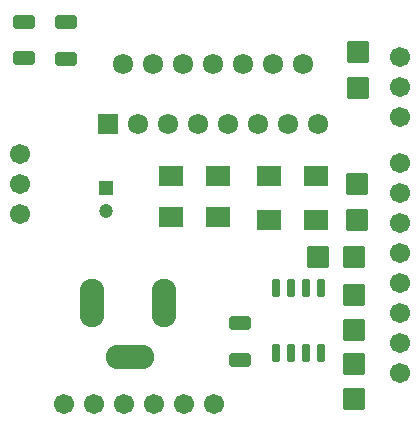
<source format=gts>
G04*
G04 #@! TF.GenerationSoftware,Altium Limited,Altium Designer,24.6.1 (21)*
G04*
G04 Layer_Color=8388736*
%FSLAX26Y26*%
%MOIN*%
G70*
G04*
G04 #@! TF.SameCoordinates,A2FE4C0D-9988-4D7F-9E23-C7A6D8233F7C*
G04*
G04*
G04 #@! TF.FilePolarity,Negative*
G04*
G01*
G75*
G04:AMPARAMS|DCode=15|XSize=74.866mil|YSize=76.441mil|CornerRadius=10.858mil|HoleSize=0mil|Usage=FLASHONLY|Rotation=270.000|XOffset=0mil|YOffset=0mil|HoleType=Round|Shape=RoundedRectangle|*
%AMROUNDEDRECTD15*
21,1,0.074866,0.054724,0,0,270.0*
21,1,0.053150,0.076441,0,0,270.0*
1,1,0.021716,-0.027362,-0.026575*
1,1,0.021716,-0.027362,0.026575*
1,1,0.021716,0.027362,0.026575*
1,1,0.021716,0.027362,-0.026575*
%
%ADD15ROUNDEDRECTD15*%
G04:AMPARAMS|DCode=16|XSize=74.866mil|YSize=76.441mil|CornerRadius=10.858mil|HoleSize=0mil|Usage=FLASHONLY|Rotation=180.000|XOffset=0mil|YOffset=0mil|HoleType=Round|Shape=RoundedRectangle|*
%AMROUNDEDRECTD16*
21,1,0.074866,0.054724,0,0,180.0*
21,1,0.053150,0.076441,0,0,180.0*
1,1,0.021716,-0.026575,0.027362*
1,1,0.021716,0.026575,0.027362*
1,1,0.021716,0.026575,-0.027362*
1,1,0.021716,-0.026575,-0.027362*
%
%ADD16ROUNDEDRECTD16*%
G04:AMPARAMS|DCode=17|XSize=43.37mil|YSize=74.866mil|CornerRadius=6.921mil|HoleSize=0mil|Usage=FLASHONLY|Rotation=90.000|XOffset=0mil|YOffset=0mil|HoleType=Round|Shape=RoundedRectangle|*
%AMROUNDEDRECTD17*
21,1,0.043370,0.061024,0,0,90.0*
21,1,0.029528,0.074866,0,0,90.0*
1,1,0.013842,0.030512,0.014764*
1,1,0.013842,0.030512,-0.014764*
1,1,0.013842,-0.030512,-0.014764*
1,1,0.013842,-0.030512,0.014764*
%
%ADD17ROUNDEDRECTD17*%
G04:AMPARAMS|DCode=18|XSize=27.622mil|YSize=61.087mil|CornerRadius=4.953mil|HoleSize=0mil|Usage=FLASHONLY|Rotation=180.000|XOffset=0mil|YOffset=0mil|HoleType=Round|Shape=RoundedRectangle|*
%AMROUNDEDRECTD18*
21,1,0.027622,0.051181,0,0,180.0*
21,1,0.017716,0.061087,0,0,180.0*
1,1,0.009906,-0.008858,0.025590*
1,1,0.009906,0.008858,0.025590*
1,1,0.009906,0.008858,-0.025590*
1,1,0.009906,-0.008858,-0.025590*
%
%ADD18ROUNDEDRECTD18*%
%ADD19R,0.078803X0.066992*%
%ADD20O,0.082740X0.161480*%
%ADD21O,0.161480X0.082740*%
%ADD22R,0.047307X0.047307*%
%ADD23C,0.047307*%
%ADD24C,0.066992*%
%ADD25R,0.067779X0.067779*%
%ADD26C,0.067779*%
D15*
X1180000Y430000D02*
D03*
Y311890D02*
D03*
X1195000Y1120945D02*
D03*
Y1239055D02*
D03*
X1180000Y81890D02*
D03*
Y200000D02*
D03*
X1190000Y798110D02*
D03*
Y680000D02*
D03*
D16*
X1060945Y555000D02*
D03*
X1179055D02*
D03*
D17*
X800000Y213976D02*
D03*
Y336024D02*
D03*
X220000Y1340000D02*
D03*
Y1217953D02*
D03*
X78740Y1218504D02*
D03*
Y1340551D02*
D03*
D18*
X1070000Y452567D02*
D03*
X1020000D02*
D03*
X970000D02*
D03*
X920000D02*
D03*
X1070000Y238000D02*
D03*
X1020000D02*
D03*
X970000D02*
D03*
X920000D02*
D03*
D19*
X1053150Y826772D02*
D03*
X895669D02*
D03*
Y679134D02*
D03*
X1053150D02*
D03*
X728346Y826772D02*
D03*
X570866D02*
D03*
X570866Y688976D02*
D03*
X728346D02*
D03*
D20*
X305118Y403543D02*
D03*
X545276D02*
D03*
D21*
X435039Y222441D02*
D03*
D22*
X354331Y787402D02*
D03*
D23*
Y708661D02*
D03*
D24*
X1334646Y169685D02*
D03*
Y269685D02*
D03*
Y469685D02*
D03*
Y669685D02*
D03*
Y769685D02*
D03*
Y569685D02*
D03*
Y369685D02*
D03*
Y869685D02*
D03*
X714567Y66929D02*
D03*
X414567D02*
D03*
X614567D02*
D03*
X514567D02*
D03*
X314567D02*
D03*
X214567D02*
D03*
X1334646Y1022047D02*
D03*
Y1122047D02*
D03*
Y1222047D02*
D03*
X66929Y899213D02*
D03*
Y799213D02*
D03*
Y699213D02*
D03*
D25*
X358661Y1000787D02*
D03*
D26*
X558661D02*
D03*
X1058661D02*
D03*
X1008661Y1200787D02*
D03*
X958661Y1000787D02*
D03*
X908661Y1200787D02*
D03*
X858661Y1000787D02*
D03*
X808661Y1200787D02*
D03*
X758661Y1000787D02*
D03*
X708661Y1200787D02*
D03*
X658661Y1000787D02*
D03*
X608661Y1200787D02*
D03*
X508661D02*
D03*
X458661Y1000787D02*
D03*
X408661Y1200787D02*
D03*
M02*

</source>
